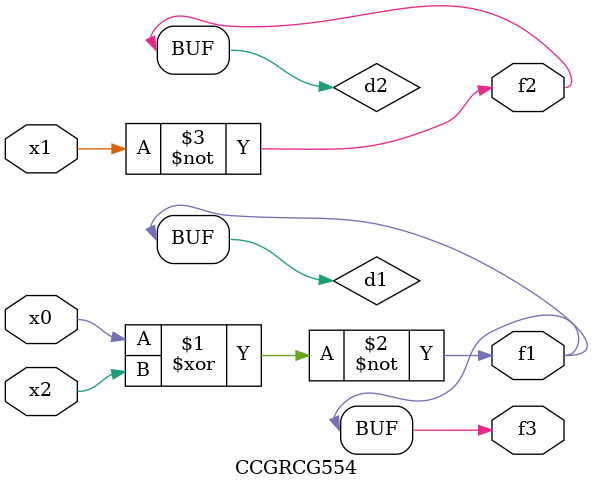
<source format=v>
module CCGRCG554(
	input x0, x1, x2,
	output f1, f2, f3
);

	wire d1, d2, d3;

	xnor (d1, x0, x2);
	nand (d2, x1);
	nor (d3, x1, x2);
	assign f1 = d1;
	assign f2 = d2;
	assign f3 = d1;
endmodule

</source>
